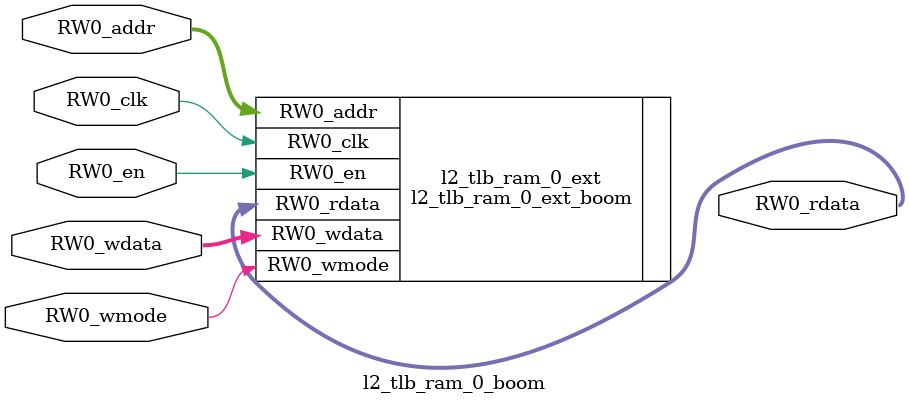
<source format=sv>
`ifndef RANDOMIZE
  `ifdef RANDOMIZE_REG_INIT
    `define RANDOMIZE
  `endif // RANDOMIZE_REG_INIT
`endif // not def RANDOMIZE
`ifndef RANDOMIZE
  `ifdef RANDOMIZE_MEM_INIT
    `define RANDOMIZE
  `endif // RANDOMIZE_MEM_INIT
`endif // not def RANDOMIZE

`ifndef RANDOM
  `define RANDOM $random
`endif // not def RANDOM

// Users can define 'PRINTF_COND' to add an extra gate to prints.
`ifndef PRINTF_COND_
  `ifdef PRINTF_COND
    `define PRINTF_COND_ (`PRINTF_COND)
  `else  // PRINTF_COND
    `define PRINTF_COND_ 1
  `endif // PRINTF_COND
`endif // not def PRINTF_COND_

// Users can define 'ASSERT_VERBOSE_COND' to add an extra gate to assert error printing.
`ifndef ASSERT_VERBOSE_COND_
  `ifdef ASSERT_VERBOSE_COND
    `define ASSERT_VERBOSE_COND_ (`ASSERT_VERBOSE_COND)
  `else  // ASSERT_VERBOSE_COND
    `define ASSERT_VERBOSE_COND_ 1
  `endif // ASSERT_VERBOSE_COND
`endif // not def ASSERT_VERBOSE_COND_

// Users can define 'STOP_COND' to add an extra gate to stop conditions.
`ifndef STOP_COND_
  `ifdef STOP_COND
    `define STOP_COND_ (`STOP_COND)
  `else  // STOP_COND
    `define STOP_COND_ 1
  `endif // STOP_COND
`endif // not def STOP_COND_

// Users can define INIT_RANDOM as general code that gets injected into the
// initializer block for modules with registers.
`ifndef INIT_RANDOM
  `define INIT_RANDOM
`endif // not def INIT_RANDOM

// If using random initialization, you can also define RANDOMIZE_DELAY to
// customize the delay used, otherwise 0.002 is used.
`ifndef RANDOMIZE_DELAY
  `define RANDOMIZE_DELAY 0.002
`endif // not def RANDOMIZE_DELAY

// Define INIT_RANDOM_PROLOG_ for use in our modules below.
`ifndef INIT_RANDOM_PROLOG_
  `ifdef RANDOMIZE
    `ifdef VERILATOR
      `define INIT_RANDOM_PROLOG_ `INIT_RANDOM
    `else  // VERILATOR
      `define INIT_RANDOM_PROLOG_ `INIT_RANDOM #`RANDOMIZE_DELAY begin end
    `endif // VERILATOR
  `else  // RANDOMIZE
    `define INIT_RANDOM_PROLOG_
  `endif // RANDOMIZE
`endif // not def INIT_RANDOM_PROLOG_

module l2_tlb_ram_0_boom(	// @[DescribedSRAM.scala:17:26]
  input  [8:0]  RW0_addr,
  input         RW0_en,
                RW0_clk,
                RW0_wmode,
  input  [44:0] RW0_wdata,
  output [44:0] RW0_rdata
);

  l2_tlb_ram_0_ext_boom l2_tlb_ram_0_ext (	// @[DescribedSRAM.scala:17:26]
    .RW0_addr  (RW0_addr),
    .RW0_en    (RW0_en),
    .RW0_clk   (RW0_clk),
    .RW0_wmode (RW0_wmode),
    .RW0_wdata (RW0_wdata),
    .RW0_rdata (RW0_rdata)
  );
endmodule


</source>
